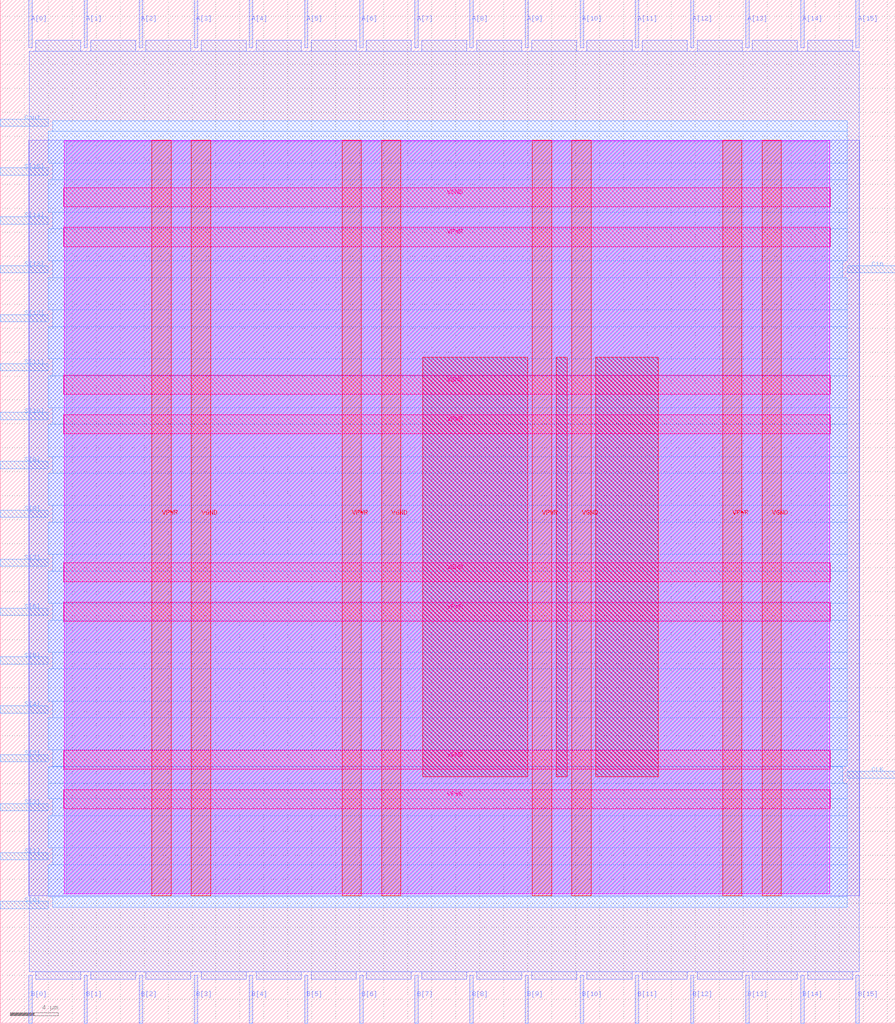
<source format=lef>
VERSION 5.7 ;
  NOWIREEXTENSIONATPIN ON ;
  DIVIDERCHAR "/" ;
  BUSBITCHARS "[]" ;
MACRO bka
  CLASS BLOCK ;
  FOREIGN bka ;
  ORIGIN 0.000 0.000 ;
  SIZE 74.670 BY 85.390 ;
  PIN A[0]
    DIRECTION INPUT ;
    USE SIGNAL ;
    ANTENNAGATEAREA 0.196500 ;
    PORT
      LAYER met2 ;
        RECT 2.390 81.390 2.670 85.390 ;
    END
  END A[0]
  PIN A[10]
    DIRECTION INPUT ;
    USE SIGNAL ;
    ANTENNAGATEAREA 0.196500 ;
    PORT
      LAYER met2 ;
        RECT 48.390 81.390 48.670 85.390 ;
    END
  END A[10]
  PIN A[11]
    DIRECTION INPUT ;
    USE SIGNAL ;
    ANTENNAGATEAREA 0.196500 ;
    PORT
      LAYER met2 ;
        RECT 52.990 81.390 53.270 85.390 ;
    END
  END A[11]
  PIN A[12]
    DIRECTION INPUT ;
    USE SIGNAL ;
    ANTENNAGATEAREA 0.196500 ;
    PORT
      LAYER met2 ;
        RECT 57.590 81.390 57.870 85.390 ;
    END
  END A[12]
  PIN A[13]
    DIRECTION INPUT ;
    USE SIGNAL ;
    ANTENNAGATEAREA 0.196500 ;
    PORT
      LAYER met2 ;
        RECT 62.190 81.390 62.470 85.390 ;
    END
  END A[13]
  PIN A[14]
    DIRECTION INPUT ;
    USE SIGNAL ;
    ANTENNAGATEAREA 0.196500 ;
    PORT
      LAYER met2 ;
        RECT 66.790 81.390 67.070 85.390 ;
    END
  END A[14]
  PIN A[15]
    DIRECTION INPUT ;
    USE SIGNAL ;
    ANTENNAGATEAREA 0.196500 ;
    PORT
      LAYER met2 ;
        RECT 71.390 81.390 71.670 85.390 ;
    END
  END A[15]
  PIN A[1]
    DIRECTION INPUT ;
    USE SIGNAL ;
    ANTENNAGATEAREA 0.196500 ;
    PORT
      LAYER met2 ;
        RECT 6.990 81.390 7.270 85.390 ;
    END
  END A[1]
  PIN A[2]
    DIRECTION INPUT ;
    USE SIGNAL ;
    ANTENNAGATEAREA 0.196500 ;
    PORT
      LAYER met2 ;
        RECT 11.590 81.390 11.870 85.390 ;
    END
  END A[2]
  PIN A[3]
    DIRECTION INPUT ;
    USE SIGNAL ;
    ANTENNAGATEAREA 0.196500 ;
    PORT
      LAYER met2 ;
        RECT 16.190 81.390 16.470 85.390 ;
    END
  END A[3]
  PIN A[4]
    DIRECTION INPUT ;
    USE SIGNAL ;
    ANTENNAGATEAREA 0.196500 ;
    PORT
      LAYER met2 ;
        RECT 20.790 81.390 21.070 85.390 ;
    END
  END A[4]
  PIN A[5]
    DIRECTION INPUT ;
    USE SIGNAL ;
    ANTENNAGATEAREA 0.196500 ;
    PORT
      LAYER met2 ;
        RECT 25.390 81.390 25.670 85.390 ;
    END
  END A[5]
  PIN A[6]
    DIRECTION INPUT ;
    USE SIGNAL ;
    ANTENNAGATEAREA 0.196500 ;
    PORT
      LAYER met2 ;
        RECT 29.990 81.390 30.270 85.390 ;
    END
  END A[6]
  PIN A[7]
    DIRECTION INPUT ;
    USE SIGNAL ;
    ANTENNAGATEAREA 0.196500 ;
    PORT
      LAYER met2 ;
        RECT 34.590 81.390 34.870 85.390 ;
    END
  END A[7]
  PIN A[8]
    DIRECTION INPUT ;
    USE SIGNAL ;
    ANTENNAGATEAREA 0.196500 ;
    PORT
      LAYER met2 ;
        RECT 39.190 81.390 39.470 85.390 ;
    END
  END A[8]
  PIN A[9]
    DIRECTION INPUT ;
    USE SIGNAL ;
    ANTENNAGATEAREA 0.196500 ;
    PORT
      LAYER met2 ;
        RECT 43.790 81.390 44.070 85.390 ;
    END
  END A[9]
  PIN B[0]
    DIRECTION INPUT ;
    USE SIGNAL ;
    ANTENNAGATEAREA 0.196500 ;
    PORT
      LAYER met2 ;
        RECT 2.390 0.000 2.670 4.000 ;
    END
  END B[0]
  PIN B[10]
    DIRECTION INPUT ;
    USE SIGNAL ;
    ANTENNAGATEAREA 0.196500 ;
    PORT
      LAYER met2 ;
        RECT 48.390 0.000 48.670 4.000 ;
    END
  END B[10]
  PIN B[11]
    DIRECTION INPUT ;
    USE SIGNAL ;
    ANTENNAGATEAREA 0.196500 ;
    PORT
      LAYER met2 ;
        RECT 52.990 0.000 53.270 4.000 ;
    END
  END B[11]
  PIN B[12]
    DIRECTION INPUT ;
    USE SIGNAL ;
    ANTENNAGATEAREA 0.196500 ;
    PORT
      LAYER met2 ;
        RECT 57.590 0.000 57.870 4.000 ;
    END
  END B[12]
  PIN B[13]
    DIRECTION INPUT ;
    USE SIGNAL ;
    ANTENNAGATEAREA 0.196500 ;
    PORT
      LAYER met2 ;
        RECT 62.190 0.000 62.470 4.000 ;
    END
  END B[13]
  PIN B[14]
    DIRECTION INPUT ;
    USE SIGNAL ;
    ANTENNAGATEAREA 0.196500 ;
    PORT
      LAYER met2 ;
        RECT 66.790 0.000 67.070 4.000 ;
    END
  END B[14]
  PIN B[15]
    DIRECTION INPUT ;
    USE SIGNAL ;
    ANTENNAGATEAREA 0.196500 ;
    PORT
      LAYER met2 ;
        RECT 71.390 0.000 71.670 4.000 ;
    END
  END B[15]
  PIN B[1]
    DIRECTION INPUT ;
    USE SIGNAL ;
    ANTENNAGATEAREA 0.196500 ;
    PORT
      LAYER met2 ;
        RECT 6.990 0.000 7.270 4.000 ;
    END
  END B[1]
  PIN B[2]
    DIRECTION INPUT ;
    USE SIGNAL ;
    ANTENNAGATEAREA 0.196500 ;
    PORT
      LAYER met2 ;
        RECT 11.590 0.000 11.870 4.000 ;
    END
  END B[2]
  PIN B[3]
    DIRECTION INPUT ;
    USE SIGNAL ;
    ANTENNAGATEAREA 0.196500 ;
    PORT
      LAYER met2 ;
        RECT 16.190 0.000 16.470 4.000 ;
    END
  END B[3]
  PIN B[4]
    DIRECTION INPUT ;
    USE SIGNAL ;
    ANTENNAGATEAREA 0.196500 ;
    PORT
      LAYER met2 ;
        RECT 20.790 0.000 21.070 4.000 ;
    END
  END B[4]
  PIN B[5]
    DIRECTION INPUT ;
    USE SIGNAL ;
    ANTENNAGATEAREA 0.196500 ;
    PORT
      LAYER met2 ;
        RECT 25.390 0.000 25.670 4.000 ;
    END
  END B[5]
  PIN B[6]
    DIRECTION INPUT ;
    USE SIGNAL ;
    ANTENNAGATEAREA 0.196500 ;
    PORT
      LAYER met2 ;
        RECT 29.990 0.000 30.270 4.000 ;
    END
  END B[6]
  PIN B[7]
    DIRECTION INPUT ;
    USE SIGNAL ;
    ANTENNAGATEAREA 0.196500 ;
    PORT
      LAYER met2 ;
        RECT 34.590 0.000 34.870 4.000 ;
    END
  END B[7]
  PIN B[8]
    DIRECTION INPUT ;
    USE SIGNAL ;
    ANTENNAGATEAREA 0.196500 ;
    PORT
      LAYER met2 ;
        RECT 39.190 0.000 39.470 4.000 ;
    END
  END B[8]
  PIN B[9]
    DIRECTION INPUT ;
    USE SIGNAL ;
    ANTENNAGATEAREA 0.196500 ;
    PORT
      LAYER met2 ;
        RECT 43.790 0.000 44.070 4.000 ;
    END
  END B[9]
  PIN CLK
    DIRECTION INPUT ;
    USE SIGNAL ;
    ANTENNAGATEAREA 0.852000 ;
    PORT
      LAYER met3 ;
        RECT 70.670 20.440 74.670 21.040 ;
    END
  END CLK
  PIN Cin
    DIRECTION INPUT ;
    USE SIGNAL ;
    ANTENNAGATEAREA 0.196500 ;
    PORT
      LAYER met3 ;
        RECT 70.670 62.600 74.670 63.200 ;
    END
  END Cin
  PIN Cout
    DIRECTION OUTPUT ;
    USE SIGNAL ;
    ANTENNADIFFAREA 0.340600 ;
    PORT
      LAYER met3 ;
        RECT 0.000 74.840 4.000 75.440 ;
    END
  END Cout
  PIN S[0]
    DIRECTION OUTPUT ;
    USE SIGNAL ;
    ANTENNADIFFAREA 0.340600 ;
    PORT
      LAYER met3 ;
        RECT 0.000 9.560 4.000 10.160 ;
    END
  END S[0]
  PIN S[10]
    DIRECTION OUTPUT ;
    USE SIGNAL ;
    ANTENNADIFFAREA 0.340600 ;
    PORT
      LAYER met3 ;
        RECT 0.000 50.360 4.000 50.960 ;
    END
  END S[10]
  PIN S[11]
    DIRECTION OUTPUT ;
    USE SIGNAL ;
    ANTENNADIFFAREA 0.340600 ;
    PORT
      LAYER met3 ;
        RECT 0.000 54.440 4.000 55.040 ;
    END
  END S[11]
  PIN S[12]
    DIRECTION OUTPUT ;
    USE SIGNAL ;
    ANTENNADIFFAREA 0.340600 ;
    PORT
      LAYER met3 ;
        RECT 0.000 58.520 4.000 59.120 ;
    END
  END S[12]
  PIN S[13]
    DIRECTION OUTPUT ;
    USE SIGNAL ;
    ANTENNADIFFAREA 0.340600 ;
    PORT
      LAYER met3 ;
        RECT 0.000 62.600 4.000 63.200 ;
    END
  END S[13]
  PIN S[14]
    DIRECTION OUTPUT ;
    USE SIGNAL ;
    ANTENNADIFFAREA 0.340600 ;
    PORT
      LAYER met3 ;
        RECT 0.000 66.680 4.000 67.280 ;
    END
  END S[14]
  PIN S[15]
    DIRECTION OUTPUT ;
    USE SIGNAL ;
    ANTENNADIFFAREA 0.340600 ;
    PORT
      LAYER met3 ;
        RECT 0.000 70.760 4.000 71.360 ;
    END
  END S[15]
  PIN S[1]
    DIRECTION OUTPUT ;
    USE SIGNAL ;
    ANTENNADIFFAREA 0.340600 ;
    PORT
      LAYER met3 ;
        RECT 0.000 13.640 4.000 14.240 ;
    END
  END S[1]
  PIN S[2]
    DIRECTION OUTPUT ;
    USE SIGNAL ;
    ANTENNADIFFAREA 0.340600 ;
    PORT
      LAYER met3 ;
        RECT 0.000 17.720 4.000 18.320 ;
    END
  END S[2]
  PIN S[3]
    DIRECTION OUTPUT ;
    USE SIGNAL ;
    ANTENNADIFFAREA 0.340600 ;
    PORT
      LAYER met3 ;
        RECT 0.000 21.800 4.000 22.400 ;
    END
  END S[3]
  PIN S[4]
    DIRECTION OUTPUT ;
    USE SIGNAL ;
    ANTENNADIFFAREA 0.340600 ;
    PORT
      LAYER met3 ;
        RECT 0.000 25.880 4.000 26.480 ;
    END
  END S[4]
  PIN S[5]
    DIRECTION OUTPUT ;
    USE SIGNAL ;
    ANTENNADIFFAREA 0.340600 ;
    PORT
      LAYER met3 ;
        RECT 0.000 29.960 4.000 30.560 ;
    END
  END S[5]
  PIN S[6]
    DIRECTION OUTPUT ;
    USE SIGNAL ;
    ANTENNADIFFAREA 0.340600 ;
    PORT
      LAYER met3 ;
        RECT 0.000 34.040 4.000 34.640 ;
    END
  END S[6]
  PIN S[7]
    DIRECTION OUTPUT ;
    USE SIGNAL ;
    ANTENNADIFFAREA 0.340600 ;
    PORT
      LAYER met3 ;
        RECT 0.000 38.120 4.000 38.720 ;
    END
  END S[7]
  PIN S[8]
    DIRECTION OUTPUT ;
    USE SIGNAL ;
    ANTENNADIFFAREA 0.340600 ;
    PORT
      LAYER met3 ;
        RECT 0.000 42.200 4.000 42.800 ;
    END
  END S[8]
  PIN S[9]
    DIRECTION OUTPUT ;
    USE SIGNAL ;
    ANTENNADIFFAREA 0.340600 ;
    PORT
      LAYER met3 ;
        RECT 0.000 46.280 4.000 46.880 ;
    END
  END S[9]
  PIN VGND
    DIRECTION INOUT ;
    USE GROUND ;
    PORT
      LAYER met4 ;
        RECT 15.955 10.640 17.555 73.680 ;
    END
    PORT
      LAYER met4 ;
        RECT 31.825 10.640 33.425 73.680 ;
    END
    PORT
      LAYER met4 ;
        RECT 47.695 10.640 49.295 73.680 ;
    END
    PORT
      LAYER met4 ;
        RECT 63.565 10.640 65.165 73.680 ;
    END
    PORT
      LAYER met5 ;
        RECT 5.280 21.195 69.240 22.795 ;
    END
    PORT
      LAYER met5 ;
        RECT 5.280 36.830 69.240 38.430 ;
    END
    PORT
      LAYER met5 ;
        RECT 5.280 52.465 69.240 54.065 ;
    END
    PORT
      LAYER met5 ;
        RECT 5.280 68.100 69.240 69.700 ;
    END
  END VGND
  PIN VPWR
    DIRECTION INOUT ;
    USE POWER ;
    PORT
      LAYER met4 ;
        RECT 12.655 10.640 14.255 73.680 ;
    END
    PORT
      LAYER met4 ;
        RECT 28.525 10.640 30.125 73.680 ;
    END
    PORT
      LAYER met4 ;
        RECT 44.395 10.640 45.995 73.680 ;
    END
    PORT
      LAYER met4 ;
        RECT 60.265 10.640 61.865 73.680 ;
    END
    PORT
      LAYER met5 ;
        RECT 5.280 17.895 69.240 19.495 ;
    END
    PORT
      LAYER met5 ;
        RECT 5.280 33.530 69.240 35.130 ;
    END
    PORT
      LAYER met5 ;
        RECT 5.280 49.165 69.240 50.765 ;
    END
    PORT
      LAYER met5 ;
        RECT 5.280 64.800 69.240 66.400 ;
    END
  END VPWR
  OBS
      LAYER nwell ;
        RECT 5.330 10.795 69.190 73.630 ;
      LAYER li1 ;
        RECT 5.520 10.795 69.000 73.525 ;
      LAYER met1 ;
        RECT 2.370 10.640 71.690 73.680 ;
      LAYER met2 ;
        RECT 2.950 81.110 6.710 82.010 ;
        RECT 7.550 81.110 11.310 82.010 ;
        RECT 12.150 81.110 15.910 82.010 ;
        RECT 16.750 81.110 20.510 82.010 ;
        RECT 21.350 81.110 25.110 82.010 ;
        RECT 25.950 81.110 29.710 82.010 ;
        RECT 30.550 81.110 34.310 82.010 ;
        RECT 35.150 81.110 38.910 82.010 ;
        RECT 39.750 81.110 43.510 82.010 ;
        RECT 44.350 81.110 48.110 82.010 ;
        RECT 48.950 81.110 52.710 82.010 ;
        RECT 53.550 81.110 57.310 82.010 ;
        RECT 58.150 81.110 61.910 82.010 ;
        RECT 62.750 81.110 66.510 82.010 ;
        RECT 67.350 81.110 71.110 82.010 ;
        RECT 2.400 4.280 71.660 81.110 ;
        RECT 2.950 3.670 6.710 4.280 ;
        RECT 7.550 3.670 11.310 4.280 ;
        RECT 12.150 3.670 15.910 4.280 ;
        RECT 16.750 3.670 20.510 4.280 ;
        RECT 21.350 3.670 25.110 4.280 ;
        RECT 25.950 3.670 29.710 4.280 ;
        RECT 30.550 3.670 34.310 4.280 ;
        RECT 35.150 3.670 38.910 4.280 ;
        RECT 39.750 3.670 43.510 4.280 ;
        RECT 44.350 3.670 48.110 4.280 ;
        RECT 48.950 3.670 52.710 4.280 ;
        RECT 53.550 3.670 57.310 4.280 ;
        RECT 58.150 3.670 61.910 4.280 ;
        RECT 62.750 3.670 66.510 4.280 ;
        RECT 67.350 3.670 71.110 4.280 ;
      LAYER met3 ;
        RECT 4.400 74.440 70.670 75.305 ;
        RECT 3.990 71.760 70.670 74.440 ;
        RECT 4.400 70.360 70.670 71.760 ;
        RECT 3.990 67.680 70.670 70.360 ;
        RECT 4.400 66.280 70.670 67.680 ;
        RECT 3.990 63.600 70.670 66.280 ;
        RECT 4.400 62.200 70.270 63.600 ;
        RECT 3.990 59.520 70.670 62.200 ;
        RECT 4.400 58.120 70.670 59.520 ;
        RECT 3.990 55.440 70.670 58.120 ;
        RECT 4.400 54.040 70.670 55.440 ;
        RECT 3.990 51.360 70.670 54.040 ;
        RECT 4.400 49.960 70.670 51.360 ;
        RECT 3.990 47.280 70.670 49.960 ;
        RECT 4.400 45.880 70.670 47.280 ;
        RECT 3.990 43.200 70.670 45.880 ;
        RECT 4.400 41.800 70.670 43.200 ;
        RECT 3.990 39.120 70.670 41.800 ;
        RECT 4.400 37.720 70.670 39.120 ;
        RECT 3.990 35.040 70.670 37.720 ;
        RECT 4.400 33.640 70.670 35.040 ;
        RECT 3.990 30.960 70.670 33.640 ;
        RECT 4.400 29.560 70.670 30.960 ;
        RECT 3.990 26.880 70.670 29.560 ;
        RECT 4.400 25.480 70.670 26.880 ;
        RECT 3.990 22.800 70.670 25.480 ;
        RECT 4.400 21.440 70.670 22.800 ;
        RECT 4.400 21.400 70.270 21.440 ;
        RECT 3.990 20.040 70.270 21.400 ;
        RECT 3.990 18.720 70.670 20.040 ;
        RECT 4.400 17.320 70.670 18.720 ;
        RECT 3.990 14.640 70.670 17.320 ;
        RECT 4.400 13.240 70.670 14.640 ;
        RECT 3.990 10.560 70.670 13.240 ;
        RECT 4.400 9.695 70.670 10.560 ;
      LAYER met4 ;
        RECT 35.255 20.575 43.995 55.585 ;
        RECT 46.395 20.575 47.295 55.585 ;
        RECT 49.695 20.575 54.905 55.585 ;
  END
END bka
END LIBRARY


</source>
